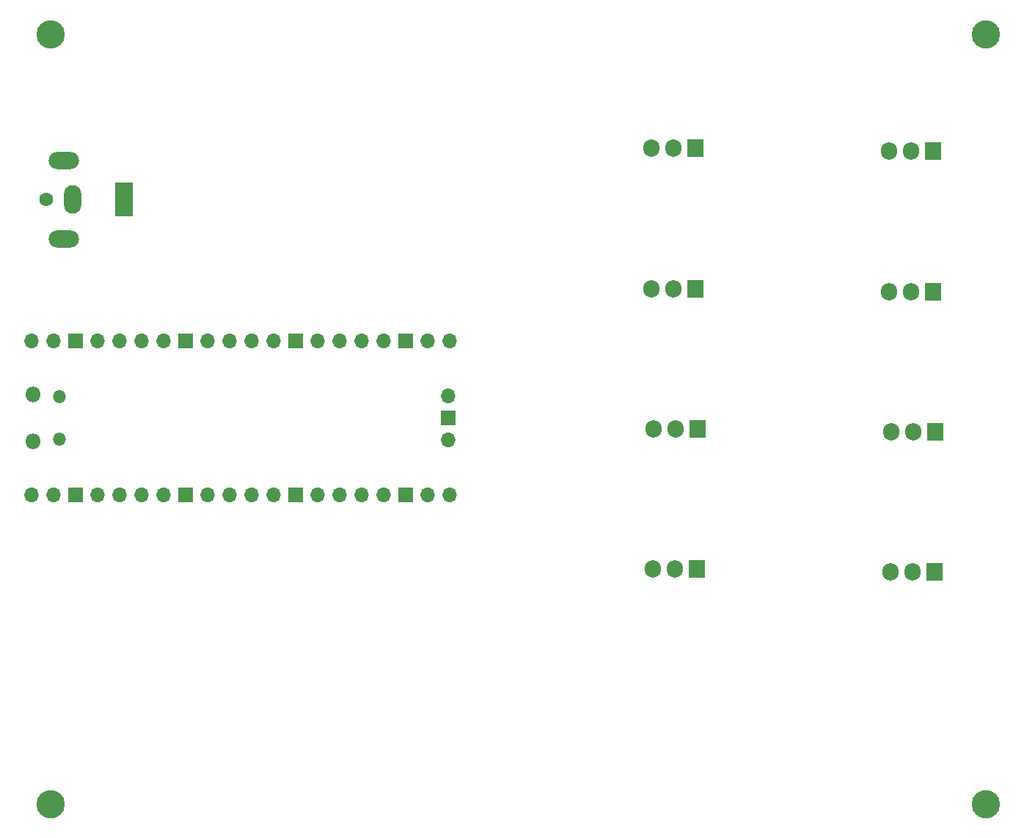
<source format=gbs>
G04 #@! TF.GenerationSoftware,KiCad,Pcbnew,8.0.2-1*
G04 #@! TF.CreationDate,2024-09-04T16:21:55-07:00*
G04 #@! TF.ProjectId,laserBoxNew,6c617365-7242-46f7-984e-65772e6b6963,v01*
G04 #@! TF.SameCoordinates,Original*
G04 #@! TF.FileFunction,Soldermask,Bot*
G04 #@! TF.FilePolarity,Negative*
%FSLAX46Y46*%
G04 Gerber Fmt 4.6, Leading zero omitted, Abs format (unit mm)*
G04 Created by KiCad (PCBNEW 8.0.2-1) date 2024-09-04 16:21:55*
%MOMM*%
%LPD*%
G01*
G04 APERTURE LIST*
%ADD10C,3.263900*%
%ADD11O,1.800000X1.800000*%
%ADD12O,1.500000X1.500000*%
%ADD13O,1.700000X1.700000*%
%ADD14R,1.700000X1.700000*%
%ADD15R,1.905000X2.000000*%
%ADD16O,1.905000X2.000000*%
%ADD17C,1.600000*%
%ADD18R,2.000000X4.000000*%
%ADD19O,2.000000X3.300000*%
%ADD20O,3.500000X2.000000*%
G04 APERTURE END LIST*
D10*
X82804000Y-37592000D03*
X82804000Y-126492000D03*
X190754000Y-126492000D03*
X190754000Y-37592000D03*
D11*
X80775000Y-84640000D03*
D12*
X83805000Y-84340000D03*
X83805000Y-79490000D03*
D11*
X80775000Y-79190000D03*
D13*
X80645000Y-90805000D03*
X83185000Y-90805000D03*
D14*
X85725000Y-90805000D03*
D13*
X88265000Y-90805000D03*
X90805000Y-90805000D03*
X93345000Y-90805000D03*
X95885000Y-90805000D03*
D14*
X98425000Y-90805000D03*
D13*
X100965000Y-90805000D03*
X103505000Y-90805000D03*
X106045000Y-90805000D03*
X108585000Y-90805000D03*
D14*
X111125000Y-90805000D03*
D13*
X113665000Y-90805000D03*
X116205000Y-90805000D03*
X118745000Y-90805000D03*
X121285000Y-90805000D03*
D14*
X123825000Y-90805000D03*
D13*
X126365000Y-90805000D03*
X128905000Y-90805000D03*
X128905000Y-73025000D03*
X126365000Y-73025000D03*
D14*
X123825000Y-73025000D03*
D13*
X121285000Y-73025000D03*
X118745000Y-73025000D03*
X116205000Y-73025000D03*
X113665000Y-73025000D03*
D14*
X111125000Y-73025000D03*
D13*
X108585000Y-73025000D03*
X106045000Y-73025000D03*
X103505000Y-73025000D03*
X100965000Y-73025000D03*
D14*
X98425000Y-73025000D03*
D13*
X95885000Y-73025000D03*
X93345000Y-73025000D03*
X90805000Y-73025000D03*
X88265000Y-73025000D03*
D14*
X85725000Y-73025000D03*
D13*
X83185000Y-73025000D03*
X80645000Y-73025000D03*
X128675000Y-84455000D03*
D14*
X128675000Y-81915000D03*
D13*
X128675000Y-79375000D03*
D15*
X184665500Y-51063500D03*
D16*
X182125500Y-51063500D03*
X179585500Y-51063500D03*
D15*
X184665500Y-67319500D03*
D16*
X182125500Y-67319500D03*
X179585500Y-67319500D03*
D15*
X157480000Y-83201000D03*
D16*
X154940000Y-83201000D03*
X152400000Y-83201000D03*
D15*
X184848500Y-99691500D03*
D16*
X182308500Y-99691500D03*
X179768500Y-99691500D03*
D15*
X184919500Y-83499500D03*
D16*
X182379500Y-83499500D03*
X179839500Y-83499500D03*
D15*
X157226000Y-67021000D03*
D16*
X154686000Y-67021000D03*
X152146000Y-67021000D03*
D15*
X157409000Y-99393000D03*
D16*
X154869000Y-99393000D03*
X152329000Y-99393000D03*
D15*
X157226000Y-50765000D03*
D16*
X154686000Y-50765000D03*
X152146000Y-50765000D03*
D17*
X82328000Y-56714000D03*
D18*
X91328000Y-56714000D03*
D19*
X85328000Y-56714000D03*
D20*
X84328000Y-52214000D03*
X84328000Y-61214000D03*
M02*

</source>
